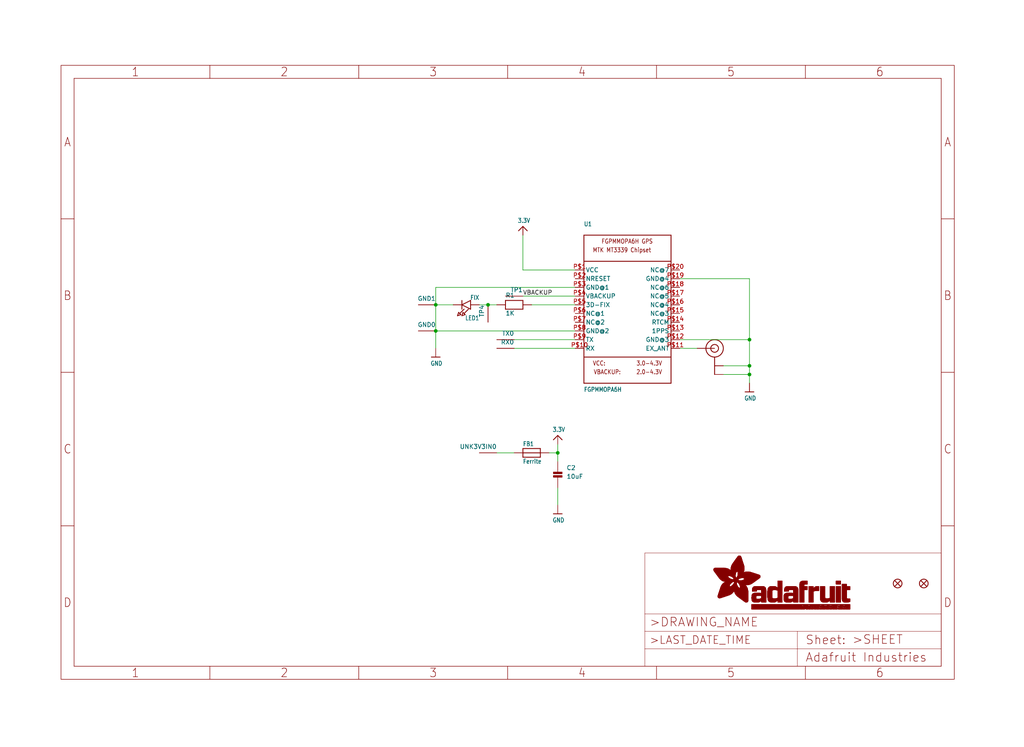
<source format=kicad_sch>
(kicad_sch (version 20211123) (generator eeschema)
  (paper "User" 298.45 217.881)
  (lib_symbols
    (symbol "schematicEagle-eagle-import:3.3V" (power)
      (property "Value" "3.3V" (at -1.524 3.556 0))
      (symbol "3.3V_1_0"
        (pin power_in line (at 0 0 90) (length 2.54) (name "3.3V") (number "1"))
      )
    )
    (symbol "schematicEagle-eagle-import:CAP_CERAMIC0805"
      (property "Reference" "C" (at 2.54 2.54 0))
      (property "Value" "CAP_CERAMIC0805" (at 2.54 0 0))
      (symbol "CAP_CERAMIC0805_1_0"
        (pin passive line (at 0 5.08 270) (length 2.54) (name "P$1") (number "1"))
        (pin passive line (at 0 -2.54 90) (length 2.54) (name "P$2") (number "2"))
      )
    )
    (symbol "schematicEagle-eagle-import:FERRITE0805"
      (property "Reference" "FB" (at -2.54 1.905 0))
      (property "Value" "FERRITE0805" (at -2.54 -3.175 0))
      (symbol "FERRITE0805_1_0"
        (pin bidirectional line (at -5.08 0 0) (length 2.54) (name "P$1") (number "1"))
        (pin bidirectional line (at 5.08 0 180) (length 2.54) (name "P$2") (number "2"))
      )
    )
    (symbol "schematicEagle-eagle-import:FIDUCIAL{dblquote}{dblquote}")
    (symbol "schematicEagle-eagle-import:FRAME_A4_ADAFRUIT"
      (symbol "FRAME_A4_ADAFRUIT_0_0"
        (text "1" (at 21.6958 1.905 0) (effects (font (size 2.54 2.286))))
        (text "1" (at 21.6958 177.165 0) (effects (font (size 2.54 2.286))))
        (text "2" (at 65.0875 1.905 0) (effects (font (size 2.54 2.286))))
        (text "2" (at 65.0875 177.165 0) (effects (font (size 2.54 2.286))))
        (text "3" (at 108.4792 1.905 0) (effects (font (size 2.54 2.286))))
        (text "3" (at 108.4792 177.165 0) (effects (font (size 2.54 2.286))))
        (text "4" (at 151.8708 1.905 0) (effects (font (size 2.54 2.286))))
        (text "4" (at 151.8708 177.165 0) (effects (font (size 2.54 2.286))))
        (text "5" (at 195.2625 1.905 0) (effects (font (size 2.54 2.286))))
        (text "5" (at 195.2625 177.165 0) (effects (font (size 2.54 2.286))))
        (text "6" (at 238.6542 1.905 0) (effects (font (size 2.54 2.286))))
        (text "6" (at 238.6542 177.165 0) (effects (font (size 2.54 2.286))))
        (text "A" (at 1.905 156.6863 0) (effects (font (size 2.54 2.286))))
        (text "A" (at 258.445 156.6863 0) (effects (font (size 2.54 2.286))))
        (text "B" (at 1.905 111.9188 0) (effects (font (size 2.54 2.286))))
        (text "B" (at 258.445 111.9188 0) (effects (font (size 2.54 2.286))))
        (text "C" (at 1.905 67.1513 0) (effects (font (size 2.54 2.286))))
        (text "C" (at 258.445 67.1513 0) (effects (font (size 2.54 2.286))))
        (text "D" (at 1.905 22.3838 0) (effects (font (size 2.54 2.286))))
        (text "D" (at 258.445 22.3838 0) (effects (font (size 2.54 2.286))))
      )
      (symbol "FRAME_A4_ADAFRUIT_1_0"
        (text ">DRAWING_NAME" (at 171.45 15.24 0) (effects (font (size 2.54 2.54)) (justify left bottom)))
        (text ">LAST_DATE_TIME" (at 171.45 10.16 0) (effects (font (size 2.286 2.286)) (justify left bottom)))
        (text ">SHEET" (at 230.505 10.16 0) (effects (font (size 2.54 2.54)) (justify left bottom)))
        (text "Adafruit Industries" (at 216.916 4.953 0) (effects (font (size 2.54 2.54)) (justify left bottom)))
        (text "Sheet:" (at 216.916 10.033 0) (effects (font (size 2.54 2.54)) (justify left bottom)))
      )
    )
    (symbol "schematicEagle-eagle-import:GND" (power)
      (property "Value" "GND" (at -1.524 -2.54 0))
      (symbol "GND_1_0"
        (pin power_in line (at 0 2.54 270) (length 2.54) (name "GND") (number "1"))
      )
    )
    (symbol "schematicEagle-eagle-import:GPS_FGPMMOPA6H"
      (property "Reference" "U" (at -12.7 22.86 0))
      (property "Value" "GPS_FGPMMOPA6H" (at -12.7 -25.4 0))
      (symbol "GPS_FGPMMOPA6H_1_0"
        (text "2.0-4.3V" (at 2.54 -20.32 0) (effects (font (size 1.27 1.0795)) (justify left bottom)))
        (text "3.0-4.3V" (at 2.54 -17.78 0) (effects (font (size 1.27 1.0795)) (justify left bottom)))
        (text "FGPMMOPA6H GPS" (at -7.62 17.78 0) (effects (font (size 1.27 1.0795)) (justify left bottom)))
        (text "MTK MT3339 Chipset" (at -10.16 15.24 0) (effects (font (size 1.27 1.0795)) (justify left bottom)))
        (text "VBACKUP:" (at -9.906 -20.32 0) (effects (font (size 1.27 1.0795)) (justify left bottom)))
        (text "VCC:" (at -10.16 -17.78 0) (effects (font (size 1.27 1.0795)) (justify left bottom)))
        (pin bidirectional line (at -15.24 10.16 0) (length 2.54) (name "VCC") (number "P$1"))
        (pin bidirectional line (at -15.24 -12.7 0) (length 2.54) (name "RX") (number "P$10"))
        (pin bidirectional line (at 15.24 -12.7 180) (length 2.54) (name "EX_ANT") (number "P$11"))
        (pin bidirectional line (at 15.24 -10.16 180) (length 2.54) (name "GND@3") (number "P$12"))
        (pin bidirectional line (at 15.24 -7.62 180) (length 2.54) (name "1PPS") (number "P$13"))
        (pin bidirectional line (at 15.24 -5.08 180) (length 2.54) (name "RTCM") (number "P$14"))
        (pin bidirectional line (at 15.24 -2.54 180) (length 2.54) (name "NC@3") (number "P$15"))
        (pin bidirectional line (at 15.24 0 180) (length 2.54) (name "NC@4") (number "P$16"))
        (pin bidirectional line (at 15.24 2.54 180) (length 2.54) (name "NC@5") (number "P$17"))
        (pin bidirectional line (at 15.24 5.08 180) (length 2.54) (name "NC@6") (number "P$18"))
        (pin bidirectional line (at 15.24 7.62 180) (length 2.54) (name "GND@4") (number "P$19"))
        (pin bidirectional line (at -15.24 7.62 0) (length 2.54) (name "NRESET") (number "P$2"))
        (pin bidirectional line (at 15.24 10.16 180) (length 2.54) (name "NC@7") (number "P$20"))
        (pin bidirectional line (at -15.24 5.08 0) (length 2.54) (name "GND@1") (number "P$3"))
        (pin bidirectional line (at -15.24 2.54 0) (length 2.54) (name "VBACKUP") (number "P$4"))
        (pin bidirectional line (at -15.24 0 0) (length 2.54) (name "3D-FIX") (number "P$5"))
        (pin bidirectional line (at -15.24 -2.54 0) (length 2.54) (name "NC@1") (number "P$6"))
        (pin bidirectional line (at -15.24 -5.08 0) (length 2.54) (name "NC@2") (number "P$7"))
        (pin bidirectional line (at -15.24 -7.62 0) (length 2.54) (name "GND@2") (number "P$8"))
        (pin bidirectional line (at -15.24 -10.16 0) (length 2.54) (name "TX") (number "P$9"))
      )
    )
    (symbol "schematicEagle-eagle-import:LED0805"
      (property "Reference" "LED" (at -5.08 3.175 0))
      (property "Value" "LED0805" (at -5.08 -2.794 0))
      (symbol "LED0805_1_0"
        (pin passive line (at -5.08 0 0) (length 2.54) (name "A") (number "A"))
        (pin passive line (at 2.54 0 180) (length 2.54) (name "C") (number "C"))
      )
    )
    (symbol "schematicEagle-eagle-import:RESISTOR0805"
      (property "Reference" "R" (at -2.54 2.032 0))
      (property "Value" "RESISTOR0805" (at -2.54 -3.175 0))
      (symbol "RESISTOR0805_1_0"
        (pin passive line (at -5.08 0 0) (length 2.54) (name "1") (number "1"))
        (pin passive line (at 5.08 0 180) (length 2.54) (name "2") (number "2"))
      )
    )
    (symbol "schematicEagle-eagle-import:SEWTAP-2.0IN"
      (property "Reference" "TP" (at 0 2.54 0))
      (symbol "SEWTAP-2.0IN_1_0"
        (pin bidirectional line (at 0 0 180) (length 5.08) (name "SEW") (number "P$1"))
      )
    )
    (symbol "schematicEagle-eagle-import:U.FL"
      (symbol "U.FL_1_0"
        (pin bidirectional line (at -2.54 -5.08 0) (length 2.54) (name "GND@0") (number "P$1"))
        (pin bidirectional line (at -2.54 -7.62 0) (length 2.54) (name "GND@1") (number "P$2"))
        (pin bidirectional line (at 5.08 0 180) (length 5.08) (name "SIGNAL") (number "P$3"))
      )
    )
  )
  (junction (at 142.24 88.9))
  (junction (at 127 96.52))
  (junction (at 162.56 132.08))
  (junction (at 218.44 109.22))
  (junction (at 127 88.9))
  (junction (at 218.44 106.68))
  (junction (at 218.44 99.06))
  (wire (pts (xy 218.44 106.68) (xy 218.44 109.22)))
  (wire (pts (xy 127 83.82) (xy 127 88.9)))
  (wire (pts (xy 142.24 88.9) (xy 144.78 88.9)))
  (wire (pts (xy 127 88.9) (xy 127 96.52)))
  (wire (pts (xy 198.12 101.6) (xy 203.2 101.6)))
  (wire (pts (xy 152.4 78.74) (xy 152.4 68.58)))
  (wire (pts (xy 149.86 101.6) (xy 167.64 101.6)))
  (wire (pts (xy 139.7 88.9) (xy 142.24 88.9)))
  (wire (pts (xy 198.12 81.28) (xy 218.44 81.28)))
  (wire (pts (xy 210.82 109.22) (xy 218.44 109.22)))
  (wire (pts (xy 154.94 88.9) (xy 167.64 88.9)))
  (wire (pts (xy 127 88.9) (xy 132.08 88.9)))
  (wire (pts (xy 218.44 109.22) (xy 218.44 111.76)))
  (wire (pts (xy 167.64 78.74) (xy 152.4 78.74)))
  (wire (pts (xy 167.64 83.82) (xy 127 83.82)))
  (wire (pts (xy 149.86 132.08) (xy 144.78 132.08)))
  (wire (pts (xy 162.56 129.54) (xy 162.56 132.08)))
  (wire (pts (xy 127 96.52) (xy 127 101.6)))
  (wire (pts (xy 210.82 106.68) (xy 218.44 106.68)))
  (wire (pts (xy 160.02 132.08) (xy 162.56 132.08)))
  (wire (pts (xy 218.44 81.28) (xy 218.44 99.06)))
  (wire (pts (xy 167.64 96.52) (xy 127 96.52)))
  (wire (pts (xy 198.12 99.06) (xy 218.44 99.06)))
  (wire (pts (xy 162.56 132.08) (xy 162.56 134.62)))
  (wire (pts (xy 162.56 142.24) (xy 162.56 147.32)))
  (wire (pts (xy 167.64 99.06) (xy 149.86 99.06)))
  (wire (pts (xy 167.64 86.36) (xy 152.4 86.36)))
  (wire (pts (xy 218.44 99.06) (xy 218.44 106.68)))
  (label "VBACKUP" (at 152.4 86.36 0) (effects (font (size 1.2446 1.2446))))
  (symbol (lib_id "schematicEagle-eagle-import:CAP_CERAMIC0805") (at 162.56 139.7 0) (unit 1)
    (property "Reference" "C2" (at 165.1 137.16 0) (effects (justify left bottom)))
    (property "Value" "10uF" (at 165.1 139.7 0) (effects (justify left bottom)))
    (property "Footprint" "schematicEagle:0805" (effects hide))
  )
  (symbol (lib_id "schematicEagle-eagle-import:GPS_FGPMMOPA6H") (at 182.88 88.9 0) (unit 1)
    (property "Reference" "U1" (at 170.18 66.04 0) (effects (font (size 1.27 1.0795)) (justify left bottom)))
    (property "Value" "FGPMMOPA6H" (at 170.18 114.3 0) (effects (font (size 1.27 1.0795)) (justify left bottom)))
    (property "Footprint" "schematicEagle:FGPMMOPA6H" (effects hide))
  )
  (symbol (lib_id "schematicEagle-eagle-import:SEWTAP-2.0IN") (at 127 88.9 0) (unit 1)
    (property "Reference" "GND1" (at 127 86.36 0) (effects (justify right top)))
    (property "Value" "SEWTAP-2.0IN" (effects hide))
    (property "Footprint" "schematicEagle:SEWINGTAP_2.0" (effects hide))
  )
  (symbol (lib_id "schematicEagle-eagle-import:GND") (at 218.44 114.3 0) (unit 1)
    (property "Reference" "#U$19" (effects hide))
    (property "Value" "GND" (at 216.916 116.84 0) (effects (font (size 1.27 1.0795)) (justify left bottom)))
    (property "Footprint" "schematicEagle:" (effects hide))
  )
  (symbol (lib_id "schematicEagle-eagle-import:RESISTOR0805") (at 149.86 88.9 0) (unit 1)
    (property "Reference" "R1" (at 147.32 86.868 0) (effects (justify left bottom)))
    (property "Value" "1K" (at 147.32 92.075 0) (effects (justify left bottom)))
    (property "Footprint" "schematicEagle:0805" (effects hide))
  )
  (symbol (lib_id "schematicEagle-eagle-import:SEWTAP-2.0IN") (at 149.86 101.6 0) (unit 1)
    (property "Reference" "RX0" (at 149.86 99.06 0) (effects (justify right top)))
    (property "Value" "SEWTAP-2.0IN" (effects hide))
    (property "Footprint" "schematicEagle:SEWINGTAP_2.0" (effects hide))
  )
  (symbol (lib_id "schematicEagle-eagle-import:FERRITE0805") (at 154.94 132.08 0) (unit 1)
    (property "Reference" "FB1" (at 152.4 130.175 0) (effects (font (size 1.27 1.0795)) (justify left bottom)))
    (property "Value" "Ferrite" (at 152.4 135.255 0) (effects (font (size 1.27 1.0795)) (justify left bottom)))
    (property "Footprint" "schematicEagle:0805" (effects hide))
  )
  (symbol (lib_id "schematicEagle-eagle-import:3.3V") (at 152.4 68.58 0) (unit 1)
    (property "Reference" "#U$4" (effects hide))
    (property "Value" "3.3V" (at 150.876 65.024 0) (effects (font (size 1.27 1.0795)) (justify left bottom)))
    (property "Footprint" "schematicEagle:" (effects hide))
  )
  (symbol (lib_id "schematicEagle-eagle-import:GND") (at 162.56 149.86 0) (unit 1)
    (property "Reference" "#U$5" (effects hide))
    (property "Value" "GND" (at 161.036 152.4 0) (effects (font (size 1.27 1.0795)) (justify left bottom)))
    (property "Footprint" "schematicEagle:" (effects hide))
  )
  (symbol (lib_id "schematicEagle-eagle-import:FIDUCIAL{dblquote}{dblquote}") (at 269.24 170.18 0) (unit 1)
    (property "Reference" "FID1" (effects hide))
    (property "Value" "FIDUCIAL{dblquote}{dblquote}" (effects hide))
    (property "Footprint" "schematicEagle:FIDUCIAL_1MM" (effects hide))
  )
  (symbol (lib_id "schematicEagle-eagle-import:U.FL") (at 208.28 101.6 0) (mirror y) (unit 1)
    (property "Reference" "U$20" (effects hide))
    (property "Value" "U.FL" (effects hide))
    (property "Footprint" "schematicEagle:U.FL" (effects hide))
  )
  (symbol (lib_id "schematicEagle-eagle-import:SEWTAP-2.0IN") (at 127 96.52 0) (unit 1)
    (property "Reference" "GND0" (at 127 93.98 0) (effects (justify right top)))
    (property "Value" "SEWTAP-2.0IN" (effects hide))
    (property "Footprint" "schematicEagle:SEWINGTAP_2.0" (effects hide))
  )
  (symbol (lib_id "schematicEagle-eagle-import:3.3V") (at 162.56 129.54 0) (unit 1)
    (property "Reference" "#U$3" (effects hide))
    (property "Value" "3.3V" (at 161.036 125.984 0) (effects (font (size 1.27 1.0795)) (justify left bottom)))
    (property "Footprint" "schematicEagle:" (effects hide))
  )
  (symbol (lib_id "schematicEagle-eagle-import:SEWTAP-2.0IN") (at 142.24 88.9 90) (unit 1)
    (property "Reference" "TP4" (at 139.7 88.9 0) (effects (justify right top)))
    (property "Value" "SEWTAP-2.0IN" (effects hide))
    (property "Footprint" "schematicEagle:SEWINGTAP_2.0" (effects hide))
  )
  (symbol (lib_id "schematicEagle-eagle-import:FRAME_A4_ADAFRUIT") (at 17.78 198.12 0) (unit 1)
    (property "Reference" "#U$1" (effects hide))
    (property "Value" "FRAME_A4_ADAFRUIT" (effects hide))
    (property "Footprint" "schematicEagle:" (effects hide))
  )
  (symbol (lib_id "schematicEagle-eagle-import:SEWTAP-2.0IN") (at 152.4 86.36 0) (unit 1)
    (property "Reference" "TP1" (at 152.4 83.82 0) (effects (justify right top)))
    (property "Value" "SEWTAP-2.0IN" (effects hide))
    (property "Footprint" "schematicEagle:SEWINGTAP_2.0" (effects hide))
  )
  (symbol (lib_id "schematicEagle-eagle-import:LED0805") (at 134.62 88.9 180) (unit 1)
    (property "Reference" "LED1" (at 139.7 92.075 0) (effects (font (size 1.27 1.0795)) (justify left bottom)))
    (property "Value" "FIX" (at 139.7 86.106 0) (effects (font (size 1.27 1.0795)) (justify left bottom)))
    (property "Footprint" "schematicEagle:CHIPLED_0805" (effects hide))
  )
  (symbol (lib_id "schematicEagle-eagle-import:SEWTAP-2.0IN") (at 144.78 132.08 0) (unit 1)
    (property "Reference" "UNK3V3IN0" (at 144.78 129.54 0) (effects (justify right top)))
    (property "Value" "SEWTAP-2.0IN" (effects hide))
    (property "Footprint" "schematicEagle:SEWINGTAP_2.0" (effects hide))
  )
  (symbol (lib_id "schematicEagle-eagle-import:FIDUCIAL{dblquote}{dblquote}") (at 261.62 170.18 0) (unit 1)
    (property "Reference" "FID2" (effects hide))
    (property "Value" "FIDUCIAL{dblquote}{dblquote}" (effects hide))
    (property "Footprint" "schematicEagle:FIDUCIAL_1MM" (effects hide))
  )
  (symbol (lib_id "schematicEagle-eagle-import:GND") (at 127 104.14 0) (unit 1)
    (property "Reference" "#U$2" (effects hide))
    (property "Value" "GND" (at 125.476 106.68 0) (effects (font (size 1.27 1.0795)) (justify left bottom)))
    (property "Footprint" "schematicEagle:" (effects hide))
  )
  (symbol (lib_id "schematicEagle-eagle-import:SEWTAP-2.0IN") (at 149.86 99.06 0) (unit 1)
    (property "Reference" "TX0" (at 149.86 96.52 0) (effects (justify right top)))
    (property "Value" "SEWTAP-2.0IN" (effects hide))
    (property "Footprint" "schematicEagle:SEWINGTAP_2.0" (effects hide))
  )
)
</source>
